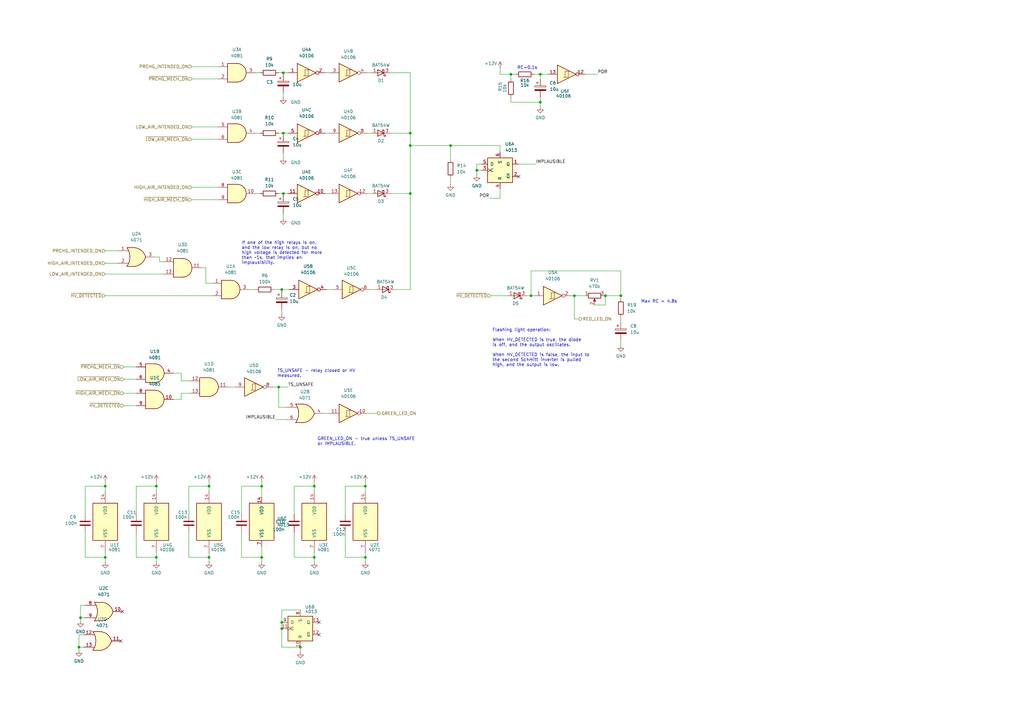
<source format=kicad_sch>
(kicad_sch (version 20211123) (generator eeschema)
  (paper "A3")
  (lib_symbols
    (symbol "4xxx:40106" (pin_names (offset 1.016))
      (property "Reference" "U" (at 0 1.27 0))
      (property "Value" "40106" (at 0 -1.27 0))
      (symbol "40106_1_0"
        (pin input line (at -7.62 0 0) (length 3.81) (name "~") (number "1"))
        (pin output inverted (at 7.62 0 180) (length 3.81) (name "~") (number "2"))
      )
      (symbol "40106_2_0"
        (pin input line (at -7.62 0 0) (length 3.81) (name "~") (number "3"))
        (pin output inverted (at 7.62 0 180) (length 3.81) (name "~") (number "4"))
      )
      (symbol "40106_3_0"
        (pin input line (at -7.62 0 0) (length 3.81) (name "~") (number "5"))
        (pin output inverted (at 7.62 0 180) (length 3.81) (name "~") (number "6"))
      )
      (symbol "40106_4_0"
        (pin output inverted (at 7.62 0 180) (length 3.81) (name "~") (number "8"))
        (pin input line (at -7.62 0 0) (length 3.81) (name "~") (number "9"))
      )
      (symbol "40106_5_0"
        (pin output inverted (at 7.62 0 180) (length 3.81) (name "~") (number "10"))
        (pin input line (at -7.62 0 0) (length 3.81) (name "~") (number "11"))
      )
      (symbol "40106_6_0"
        (pin output inverted (at 7.62 0 180) (length 3.81) (name "~") (number "12"))
        (pin input line (at -7.62 0 0) (length 3.81) (name "~") (number "13"))
      )
      (symbol "40106_7_0"
        (pin power_in line (at 0 12.7 270) (length 5.08) (name "VDD") (number "14"))
        (pin power_in line (at 0 -12.7 90) (length 5.08) (name "VSS") (number "7"))
      )
    )
    (symbol "4xxx:4013" (pin_names (offset 1.016))
      (property "Reference" "U" (at -7.62 8.89 0))
      (property "Value" "4013" (at -7.62 -8.89 0))
      (symbol "4013_1_1"
        (pin output line (at 7.62 2.54 180) (length 2.54) (name "Q") (number "1"))
        (pin output line (at 7.62 -2.54 180) (length 2.54) (name "~{Q}") (number "2"))
        (pin input clock (at -7.62 0 0) (length 2.54) (name "C") (number "3"))
        (pin input line (at 0 -7.62 90) (length 2.54) (name "R") (number "4"))
        (pin input line (at -7.62 2.54 0) (length 2.54) (name "D") (number "5"))
        (pin input line (at 0 7.62 270) (length 2.54) (name "S") (number "6"))
      )
      (symbol "4013_2_1"
        (pin input line (at 0 -7.62 90) (length 2.54) (name "R") (number "10"))
        (pin input clock (at -7.62 0 0) (length 2.54) (name "C") (number "11"))
        (pin output line (at 7.62 -2.54 180) (length 2.54) (name "~{Q}") (number "12"))
        (pin output line (at 7.62 2.54 180) (length 2.54) (name "Q") (number "13"))
        (pin input line (at 0 7.62 270) (length 2.54) (name "S") (number "8"))
        (pin input line (at -7.62 2.54 0) (length 2.54) (name "D") (number "9"))
      )
      (symbol "4013_3_0"
        (pin power_in line (at 0 10.16 270) (length 2.54) (name "VDD") (number "14"))
        (pin power_in line (at 0 -10.16 90) (length 2.54) (name "VSS") (number "7"))
      )
    )
    (symbol "4xxx:4071" (pin_names (offset 1.016))
      (property "Reference" "U" (at 0 1.27 0))
      (property "Value" "4071" (at 0 -1.27 0))
      (symbol "4071_1_1"
        (pin input line (at -7.62 2.54 0) (length 4.318) (name "~") (number "1"))
        (pin input line (at -7.62 -2.54 0) (length 4.318) (name "~") (number "2"))
        (pin output line (at 7.62 0 180) (length 3.81) (name "~") (number "3"))
      )
      (symbol "4071_1_2"
        (pin input inverted (at -7.62 2.54 0) (length 3.81) (name "~") (number "1"))
        (pin input inverted (at -7.62 -2.54 0) (length 3.81) (name "~") (number "2"))
        (pin output inverted (at 7.62 0 180) (length 3.81) (name "~") (number "3"))
      )
      (symbol "4071_2_1"
        (pin output line (at 7.62 0 180) (length 3.81) (name "~") (number "4"))
        (pin input line (at -7.62 2.54 0) (length 4.318) (name "~") (number "5"))
        (pin input line (at -7.62 -2.54 0) (length 4.318) (name "~") (number "6"))
      )
      (symbol "4071_2_2"
        (pin output inverted (at 7.62 0 180) (length 3.81) (name "~") (number "4"))
        (pin input inverted (at -7.62 2.54 0) (length 3.81) (name "~") (number "5"))
        (pin input inverted (at -7.62 -2.54 0) (length 3.81) (name "~") (number "6"))
      )
      (symbol "4071_3_1"
        (pin output line (at 7.62 0 180) (length 3.81) (name "~") (number "10"))
        (pin input line (at -7.62 2.54 0) (length 4.318) (name "~") (number "8"))
        (pin input line (at -7.62 -2.54 0) (length 4.318) (name "~") (number "9"))
      )
      (symbol "4071_3_2"
        (pin output inverted (at 7.62 0 180) (length 3.81) (name "~") (number "10"))
        (pin input inverted (at -7.62 2.54 0) (length 3.81) (name "~") (number "8"))
        (pin input inverted (at -7.62 -2.54 0) (length 3.81) (name "~") (number "9"))
      )
      (symbol "4071_4_1"
        (pin output line (at 7.62 0 180) (length 3.81) (name "~") (number "11"))
        (pin input line (at -7.62 2.54 0) (length 4.318) (name "~") (number "12"))
        (pin input line (at -7.62 -2.54 0) (length 4.318) (name "~") (number "13"))
      )
      (symbol "4071_4_2"
        (pin output inverted (at 7.62 0 180) (length 3.81) (name "~") (number "11"))
        (pin input inverted (at -7.62 2.54 0) (length 3.81) (name "~") (number "12"))
        (pin input inverted (at -7.62 -2.54 0) (length 3.81) (name "~") (number "13"))
      )
      (symbol "4071_5_0"
        (pin power_in line (at 0 12.7 270) (length 5.08) (name "VDD") (number "14"))
        (pin power_in line (at 0 -12.7 90) (length 5.08) (name "VSS") (number "7"))
      )
    )
    (symbol "4xxx:4081" (pin_names (offset 1.016))
      (property "Reference" "U" (at 0 1.27 0))
      (property "Value" "4081" (at 0 -1.27 0))
      (symbol "4081_1_1"
        (pin input line (at -7.62 2.54 0) (length 3.81) (name "~") (number "1"))
        (pin input line (at -7.62 -2.54 0) (length 3.81) (name "~") (number "2"))
        (pin output line (at 7.62 0 180) (length 3.81) (name "~") (number "3"))
      )
      (symbol "4081_1_2"
        (pin input inverted (at -7.62 2.54 0) (length 4.318) (name "~") (number "1"))
        (pin input inverted (at -7.62 -2.54 0) (length 4.318) (name "~") (number "2"))
        (pin output inverted (at 7.62 0 180) (length 3.81) (name "~") (number "3"))
      )
      (symbol "4081_2_1"
        (pin output line (at 7.62 0 180) (length 3.81) (name "~") (number "4"))
        (pin input line (at -7.62 2.54 0) (length 3.81) (name "~") (number "5"))
        (pin input line (at -7.62 -2.54 0) (length 3.81) (name "~") (number "6"))
      )
      (symbol "4081_2_2"
        (pin output inverted (at 7.62 0 180) (length 3.81) (name "~") (number "4"))
        (pin input inverted (at -7.62 2.54 0) (length 4.318) (name "~") (number "5"))
        (pin input inverted (at -7.62 -2.54 0) (length 4.318) (name "~") (number "6"))
      )
      (symbol "4081_3_1"
        (pin output line (at 7.62 0 180) (length 3.81) (name "~") (number "10"))
        (pin input line (at -7.62 2.54 0) (length 3.81) (name "~") (number "8"))
        (pin input line (at -7.62 -2.54 0) (length 3.81) (name "~") (number "9"))
      )
      (symbol "4081_3_2"
        (pin output inverted (at 7.62 0 180) (length 3.81) (name "~") (number "10"))
        (pin input inverted (at -7.62 2.54 0) (length 4.318) (name "~") (number "8"))
        (pin input inverted (at -7.62 -2.54 0) (length 4.318) (name "~") (number "9"))
      )
      (symbol "4081_4_1"
        (pin output line (at 7.62 0 180) (length 3.81) (name "~") (number "11"))
        (pin input line (at -7.62 2.54 0) (length 3.81) (name "~") (number "12"))
        (pin input line (at -7.62 -2.54 0) (length 3.81) (name "~") (number "13"))
      )
      (symbol "4081_4_2"
        (pin output inverted (at 7.62 0 180) (length 3.81) (name "~") (number "11"))
        (pin input inverted (at -7.62 2.54 0) (length 4.318) (name "~") (number "12"))
        (pin input inverted (at -7.62 -2.54 0) (length 4.318) (name "~") (number "13"))
      )
      (symbol "4081_5_0"
        (pin power_in line (at 0 12.7 270) (length 5.08) (name "VDD") (number "14"))
        (pin power_in line (at 0 -12.7 90) (length 5.08) (name "VSS") (number "7"))
      )
    )
    (symbol "Device:C" (pin_numbers hide) (pin_names (offset 0.254))
      (property "Reference" "C" (at 0.635 2.54 0))
      (property "Value" "C" (at 0.635 -2.54 0))
      (symbol "C_1_1"
        (pin passive line (at 0 3.81 270) (length 2.794) (name "~") (number "1"))
        (pin passive line (at 0 -3.81 90) (length 2.794) (name "~") (number "2"))
      )
    )
    (symbol "Device:C_Polarized" (pin_numbers hide) (pin_names (offset 0.254))
      (property "Reference" "C" (at 0.635 2.54 0))
      (property "Value" "C_Polarized" (at 0.635 -2.54 0))
      (symbol "C_Polarized_1_1"
        (pin passive line (at 0 3.81 270) (length 2.794) (name "~") (number "1"))
        (pin passive line (at 0 -3.81 90) (length 2.794) (name "~") (number "2"))
      )
    )
    (symbol "Device:R" (pin_numbers hide) (pin_names (offset 0))
      (property "Reference" "R" (at 2.032 0 90))
      (property "Value" "R" (at 0 0 90))
      (symbol "R_1_1"
        (pin passive line (at 0 3.81 270) (length 1.27) (name "~") (number "1"))
        (pin passive line (at 0 -3.81 90) (length 1.27) (name "~") (number "2"))
      )
    )
    (symbol "Device:R_Potentiometer" (pin_names (offset 1.016) hide)
      (property "Reference" "RV" (at -4.445 0 90))
      (property "Value" "R_Potentiometer" (at -2.54 0 90))
      (symbol "R_Potentiometer_1_1"
        (pin passive line (at 0 3.81 270) (length 1.27) (name "1") (number "1"))
        (pin passive line (at 3.81 0 180) (length 1.27) (name "2") (number "2"))
        (pin passive line (at 0 -3.81 90) (length 1.27) (name "3") (number "3"))
      )
    )
    (symbol "Diode:BAT54W" (pin_names (offset 1.016) hide)
      (property "Reference" "D" (at 0 2.54 0))
      (property "Value" "BAT54W" (at 0 -2.54 0))
      (symbol "BAT54W_1_1"
        (pin passive line (at 3.81 0 180) (length 2.54) (name "A") (number "1"))
        (pin no_connect line (at 0 0 90) (length 2.54) hide (name "NC") (number "2"))
        (pin passive line (at -3.81 0 0) (length 2.54) (name "K") (number "3"))
      )
    )
    (symbol "power:+12V" (power) (pin_names (offset 0))
      (property "Value" "+12V" (at 0 3.556 0))
      (symbol "+12V_1_1"
        (pin power_in line (at 0 0 90) (length 0) hide (name "+12V") (number "1"))
      )
    )
    (symbol "power:GND" (power) (pin_names (offset 0))
      (property "Value" "GND" (at 0 -3.81 0))
      (symbol "GND_1_1"
        (pin power_in line (at 0 0 270) (length 0) hide (name "GND") (number "1"))
      )
    )
  )
  (junction (at 116.205 79.375))
  (junction (at 116.205 54.61))
  (junction (at 168.275 79.375))
  (junction (at 43.18 199.39))
  (junction (at 128.905 199.39))
  (junction (at 85.725 228.6))
  (junction (at 116.205 29.845))
  (junction (at 85.725 199.39))
  (junction (at 64.135 199.39))
  (junction (at 195.58 69.85))
  (junction (at 149.86 199.39))
  (junction (at 221.615 30.48))
  (junction (at 235.585 121.285))
  (junction (at 33.02 253.365))
  (junction (at 168.275 54.61))
  (junction (at 115.57 255.27))
  (junction (at 114.3 158.75))
  (junction (at 209.55 30.48))
  (junction (at 128.905 228.6))
  (junction (at 107.315 228.6))
  (junction (at 123.19 265.43))
  (junction (at 32.385 265.43))
  (junction (at 248.285 121.285))
  (junction (at 221.615 41.91))
  (junction (at 43.18 228.6))
  (junction (at 149.86 228.6))
  (junction (at 107.315 199.39))
  (junction (at 184.785 59.69))
  (junction (at 217.805 121.285))
  (junction (at 115.57 257.81))
  (junction (at 254.635 121.285))
  (junction (at 115.57 118.745))
  (junction (at 64.135 228.6))
  (junction (at 168.275 59.69))
  (no_connect (at 212.725 72.39))
  (no_connect (at 130.81 255.27))
  (no_connect (at 130.81 260.35))
  (no_connect (at 50.165 250.825))
  (no_connect (at 49.53 262.89))
  (wire (pts (xy 43.18 228.6) (xy 43.18 226.695)))
  (wire (pts (xy 240.03 30.48) (xy 245.11 30.48)))
  (wire (pts (xy 128.905 228.6) (xy 128.905 230.505)))
  (wire (pts (xy 209.55 30.48) (xy 209.55 32.385)))
  (wire (pts (xy 141.605 228.6) (xy 149.86 228.6)))
  (wire (pts (xy 32.385 265.43) (xy 34.29 265.43)))
  (wire (pts (xy 247.65 121.285) (xy 248.285 121.285)))
  (wire (pts (xy 168.275 118.745) (xy 168.275 79.375)))
  (wire (pts (xy 77.47 228.6) (xy 85.725 228.6)))
  (wire (pts (xy 107.315 199.39) (xy 107.315 203.835)))
  (wire (pts (xy 84.455 116.205) (xy 86.995 116.205)))
  (wire (pts (xy 209.55 30.48) (xy 211.455 30.48)))
  (wire (pts (xy 205.105 77.47) (xy 205.105 81.28)))
  (wire (pts (xy 33.02 248.285) (xy 33.02 253.365)))
  (wire (pts (xy 77.47 199.39) (xy 85.725 199.39)))
  (wire (pts (xy 221.615 40.005) (xy 221.615 41.91)))
  (wire (pts (xy 74.295 156.21) (xy 78.105 156.21)))
  (wire (pts (xy 132.715 169.545) (xy 135.255 169.545)))
  (wire (pts (xy 234.315 121.285) (xy 235.585 121.285)))
  (wire (pts (xy 112.395 118.745) (xy 115.57 118.745)))
  (wire (pts (xy 64.135 228.6) (xy 64.135 226.695)))
  (wire (pts (xy 116.205 79.375) (xy 118.11 79.375)))
  (wire (pts (xy 50.8 155.575) (xy 55.88 155.575)))
  (wire (pts (xy 215.9 121.285) (xy 217.805 121.285)))
  (wire (pts (xy 116.205 29.845) (xy 116.205 30.48)))
  (wire (pts (xy 34.925 228.6) (xy 43.18 228.6)))
  (wire (pts (xy 114.3 79.375) (xy 116.205 79.375)))
  (wire (pts (xy 150.495 54.61) (xy 152.4 54.61)))
  (wire (pts (xy 117.475 167.005) (xy 114.3 167.005)))
  (wire (pts (xy 43.18 102.87) (xy 48.26 102.87)))
  (wire (pts (xy 104.775 54.61) (xy 106.68 54.61)))
  (wire (pts (xy 115.57 127) (xy 115.57 128.905)))
  (wire (pts (xy 34.925 218.44) (xy 34.925 228.6)))
  (wire (pts (xy 71.12 163.83) (xy 74.295 163.83)))
  (wire (pts (xy 168.275 29.845) (xy 168.275 54.61)))
  (wire (pts (xy 254.635 121.285) (xy 254.635 111.125)))
  (wire (pts (xy 64.135 199.39) (xy 64.135 201.295)))
  (wire (pts (xy 43.18 197.485) (xy 43.18 199.39)))
  (wire (pts (xy 84.455 109.855) (xy 84.455 116.205)))
  (wire (pts (xy 32.385 266.7) (xy 32.385 265.43)))
  (wire (pts (xy 209.55 40.005) (xy 209.55 41.91)))
  (wire (pts (xy 184.785 59.69) (xy 168.275 59.69)))
  (wire (pts (xy 133.35 29.845) (xy 135.255 29.845)))
  (wire (pts (xy 235.585 130.81) (xy 237.49 130.81)))
  (wire (pts (xy 99.06 228.6) (xy 107.315 228.6)))
  (wire (pts (xy 115.57 118.745) (xy 115.57 119.38)))
  (wire (pts (xy 107.315 197.485) (xy 107.315 199.39)))
  (wire (pts (xy 78.74 57.15) (xy 89.535 57.15)))
  (wire (pts (xy 55.88 228.6) (xy 64.135 228.6)))
  (wire (pts (xy 149.86 228.6) (xy 149.86 226.695)))
  (wire (pts (xy 217.805 111.125) (xy 217.805 121.285)))
  (wire (pts (xy 50.8 166.37) (xy 55.88 166.37)))
  (wire (pts (xy 205.105 59.69) (xy 184.785 59.69)))
  (wire (pts (xy 34.925 248.285) (xy 33.02 248.285)))
  (wire (pts (xy 64.135 197.485) (xy 64.135 199.39)))
  (wire (pts (xy 120.65 228.6) (xy 128.905 228.6)))
  (wire (pts (xy 78.74 27.305) (xy 89.535 27.305)))
  (wire (pts (xy 116.205 54.61) (xy 118.11 54.61)))
  (wire (pts (xy 141.605 210.82) (xy 141.605 199.39)))
  (wire (pts (xy 184.785 65.405) (xy 184.785 59.69)))
  (wire (pts (xy 74.295 161.29) (xy 78.105 161.29)))
  (wire (pts (xy 78.74 76.835) (xy 89.535 76.835)))
  (wire (pts (xy 120.65 218.44) (xy 120.65 228.6)))
  (wire (pts (xy 65.405 105.41) (xy 63.5 105.41)))
  (wire (pts (xy 205.105 62.23) (xy 205.105 59.69)))
  (wire (pts (xy 150.495 29.845) (xy 152.4 29.845)))
  (wire (pts (xy 102.235 118.745) (xy 104.775 118.745)))
  (wire (pts (xy 150.495 79.375) (xy 152.4 79.375)))
  (wire (pts (xy 33.02 253.365) (xy 34.925 253.365)))
  (wire (pts (xy 120.65 210.82) (xy 120.65 199.39)))
  (wire (pts (xy 133.985 118.745) (xy 136.525 118.745)))
  (wire (pts (xy 219.075 30.48) (xy 221.615 30.48)))
  (wire (pts (xy 116.205 62.865) (xy 116.205 64.77)))
  (wire (pts (xy 115.57 265.43) (xy 123.19 265.43)))
  (wire (pts (xy 99.06 218.44) (xy 99.06 228.6)))
  (wire (pts (xy 243.84 125.095) (xy 248.285 125.095)))
  (wire (pts (xy 149.86 197.485) (xy 149.86 199.39)))
  (wire (pts (xy 161.925 118.745) (xy 168.275 118.745)))
  (wire (pts (xy 55.88 218.44) (xy 55.88 228.6)))
  (wire (pts (xy 150.495 169.545) (xy 154.94 169.545)))
  (wire (pts (xy 133.35 79.375) (xy 135.255 79.375)))
  (wire (pts (xy 113.03 172.085) (xy 117.475 172.085)))
  (wire (pts (xy 115.57 118.745) (xy 118.745 118.745)))
  (wire (pts (xy 116.205 29.845) (xy 118.11 29.845)))
  (wire (pts (xy 65.405 107.315) (xy 65.405 105.41)))
  (wire (pts (xy 34.29 260.35) (xy 32.385 260.35)))
  (wire (pts (xy 85.725 197.485) (xy 85.725 199.39)))
  (wire (pts (xy 201.295 121.285) (xy 208.28 121.285)))
  (wire (pts (xy 168.275 59.69) (xy 168.275 79.375)))
  (wire (pts (xy 248.285 125.095) (xy 248.285 121.285)))
  (wire (pts (xy 205.105 30.48) (xy 209.55 30.48)))
  (wire (pts (xy 114.3 158.75) (xy 118.11 158.75)))
  (wire (pts (xy 128.905 228.6) (xy 128.905 226.695)))
  (wire (pts (xy 116.205 87.63) (xy 116.205 89.535)))
  (wire (pts (xy 50.8 150.495) (xy 55.88 150.495)))
  (wire (pts (xy 149.86 228.6) (xy 149.86 230.505)))
  (wire (pts (xy 195.58 67.31) (xy 197.485 67.31)))
  (wire (pts (xy 107.315 228.6) (xy 107.315 230.505)))
  (wire (pts (xy 123.19 250.19) (xy 115.57 250.19)))
  (wire (pts (xy 151.765 118.745) (xy 154.305 118.745)))
  (wire (pts (xy 111.76 158.75) (xy 114.3 158.75)))
  (wire (pts (xy 104.775 29.845) (xy 106.68 29.845)))
  (wire (pts (xy 160.02 79.375) (xy 168.275 79.375)))
  (wire (pts (xy 64.135 228.6) (xy 64.135 230.505)))
  (wire (pts (xy 74.295 163.83) (xy 74.295 161.29)))
  (wire (pts (xy 43.18 199.39) (xy 43.18 201.295)))
  (wire (pts (xy 77.47 210.82) (xy 77.47 199.39)))
  (wire (pts (xy 33.02 254.635) (xy 33.02 253.365)))
  (wire (pts (xy 254.635 121.285) (xy 254.635 122.555)))
  (wire (pts (xy 99.06 210.82) (xy 99.06 199.39)))
  (wire (pts (xy 221.615 30.48) (xy 224.79 30.48)))
  (wire (pts (xy 128.905 197.485) (xy 128.905 199.39)))
  (wire (pts (xy 55.88 199.39) (xy 64.135 199.39)))
  (wire (pts (xy 160.02 54.61) (xy 168.275 54.61)))
  (wire (pts (xy 254.635 130.175) (xy 254.635 132.08)))
  (wire (pts (xy 168.275 54.61) (xy 168.275 59.69)))
  (wire (pts (xy 128.905 199.39) (xy 128.905 201.295)))
  (wire (pts (xy 116.205 79.375) (xy 116.205 80.01)))
  (wire (pts (xy 77.47 218.44) (xy 77.47 228.6)))
  (wire (pts (xy 71.12 153.035) (xy 74.295 153.035)))
  (wire (pts (xy 114.3 29.845) (xy 116.205 29.845)))
  (wire (pts (xy 74.295 153.035) (xy 74.295 156.21)))
  (wire (pts (xy 120.65 199.39) (xy 128.905 199.39)))
  (wire (pts (xy 254.635 139.7) (xy 254.635 141.605)))
  (wire (pts (xy 123.19 265.43) (xy 123.19 267.335)))
  (wire (pts (xy 78.74 81.915) (xy 89.535 81.915)))
  (wire (pts (xy 221.615 41.91) (xy 221.615 43.815)))
  (wire (pts (xy 205.105 81.28) (xy 200.66 81.28)))
  (wire (pts (xy 78.74 52.07) (xy 89.535 52.07)))
  (wire (pts (xy 55.88 210.82) (xy 55.88 199.39)))
  (wire (pts (xy 221.615 30.48) (xy 221.615 32.385)))
  (wire (pts (xy 43.18 112.395) (xy 67.31 112.395)))
  (wire (pts (xy 115.57 250.19) (xy 115.57 255.27)))
  (wire (pts (xy 67.31 107.315) (xy 65.405 107.315)))
  (wire (pts (xy 99.06 199.39) (xy 107.315 199.39)))
  (wire (pts (xy 195.58 69.85) (xy 195.58 67.31)))
  (wire (pts (xy 114.3 54.61) (xy 116.205 54.61)))
  (wire (pts (xy 116.205 54.61) (xy 116.205 55.245)))
  (wire (pts (xy 209.55 41.91) (xy 221.615 41.91)))
  (wire (pts (xy 34.925 210.82) (xy 34.925 199.39)))
  (wire (pts (xy 116.205 38.1) (xy 116.205 40.005)))
  (wire (pts (xy 85.725 228.6) (xy 85.725 226.695)))
  (wire (pts (xy 141.605 218.44) (xy 141.605 228.6)))
  (wire (pts (xy 195.58 71.755) (xy 195.58 69.85)))
  (wire (pts (xy 149.86 199.39) (xy 149.86 201.295)))
  (wire (pts (xy 212.725 67.31) (xy 219.71 67.31)))
  (wire (pts (xy 217.805 121.285) (xy 219.075 121.285)))
  (wire (pts (xy 141.605 199.39) (xy 149.86 199.39)))
  (wire (pts (xy 78.74 32.385) (xy 89.535 32.385)))
  (wire (pts (xy 82.55 109.855) (xy 84.455 109.855)))
  (wire (pts (xy 133.35 54.61) (xy 135.255 54.61)))
  (wire (pts (xy 114.3 167.005) (xy 114.3 158.75)))
  (wire (pts (xy 235.585 121.285) (xy 235.585 130.81)))
  (wire (pts (xy 50.8 161.29) (xy 55.88 161.29)))
  (wire (pts (xy 43.18 107.95) (xy 48.26 107.95)))
  (wire (pts (xy 195.58 69.85) (xy 197.485 69.85)))
  (wire (pts (xy 235.585 121.285) (xy 240.03 121.285)))
  (wire (pts (xy 184.785 73.025) (xy 184.785 75.565)))
  (wire (pts (xy 104.775 79.375) (xy 106.68 79.375)))
  (wire (pts (xy 85.725 228.6) (xy 85.725 230.505)))
  (wire (pts (xy 93.345 158.75) (xy 96.52 158.75)))
  (wire (pts (xy 85.725 199.39) (xy 85.725 201.295)))
  (wire (pts (xy 43.18 228.6) (xy 43.18 230.505)))
  (wire (pts (xy 107.315 224.155) (xy 107.315 228.6)))
  (wire (pts (xy 248.285 121.285) (xy 254.635 121.285)))
  (wire (pts (xy 115.57 255.27) (xy 115.57 257.81)))
  (wire (pts (xy 160.02 29.845) (xy 168.275 29.845)))
  (wire (pts (xy 32.385 260.35) (xy 32.385 265.43)))
  (wire (pts (xy 115.57 257.81) (xy 115.57 265.43)))
  (wire (pts (xy 43.18 121.285) (xy 86.995 121.285)))
  (wire (pts (xy 254.635 111.125) (xy 217.805 111.125)))
  (wire (pts (xy 34.925 199.39) (xy 43.18 199.39)))
  (wire (pts (xy 205.105 27.94) (xy 205.105 30.48)))
  (text "Flashing light operation:\n\nWhen HV_DETECTED is true, the diode \nis off, and the output oscillates.\n\nWhen HV_DETECTED is false, the input to\nthe second Schmitt inverter is pulled\nhigh, and the output is low." (at 201.93 150.495 0) (effects (font (size 1.27 1.27)) (justify left bottom)))
  (text "Max RC = 4.8s" (at 262.89 124.46 0) (effects (font (size 1.27 1.27)) (justify left bottom)))
  (text "GREEN_LED_ON - true unless TS_UNSAFE\nor IMPLAUSIBLE." (at 130.175 182.88 0) (effects (font (size 1.27 1.27)) (justify left bottom)))
  (text "If one of the high relays is on,\nand the low relay is on, but no\nhigh voltage is detected for more\nthan ~1s, that implies an \nimplausibility." (at 99.06 108.585 0) (effects (font (size 1.27 1.27)) (justify left bottom)))
  (text "RC=0.1s" (at 212.09 28.575 0) (effects (font (size 1.27 1.27)) (justify left bottom)))
  (text "TS_UNSAFE - relay closed or HV\nmeasured." (at 113.665 154.94 0) (effects (font (size 1.27 1.27)) (justify left bottom)))
  (label "POR" (at 245.11 30.48 0))
  (label "POR" (at 200.66 81.28 180))
  (label "IMPLAUSIBLE" (at 113.03 172.085 180))
  (label "IMPLAUSIBLE" (at 219.71 67.31 0))
  (label "TS_UNSAFE" (at 118.11 158.75 0))
  (hierarchical_label "HIGH_AIR_INTENDED_ON" (shape input) (at 43.18 107.95 180))
  (hierarchical_label "GREEN_LED_ON" (shape output) (at 154.94 169.545 0))
  (hierarchical_label "~{LOW_AIR_MECH_ON}" (shape input) (at 50.8 155.575 180))
  (hierarchical_label "LOW_AIR_INTENDED_ON" (shape input) (at 78.74 52.07 180))
  (hierarchical_label "HIGH_AIR_INTENDED_ON" (shape input) (at 78.74 76.835 180))
  (hierarchical_label "RED_LED_ON" (shape output) (at 237.49 130.81 0))
  (hierarchical_label "~{HIGH_AIR_MECH_ON}" (shape input) (at 50.8 161.29 180))
  (hierarchical_label "~{LOW_AIR_MECH_ON}" (shape input) (at 78.74 57.15 180))
  (hierarchical_label "~{PRCHG_MECH_ON}" (shape input) (at 50.8 150.495 180))
  (hierarchical_label "~{HIGH_AIR_MECH_ON}" (shape input) (at 78.74 81.915 180))
  (hierarchical_label "~{HV_DETECTED}" (shape input) (at 50.8 166.37 180))
  (hierarchical_label "~{PRCHG_MECH_ON}" (shape input) (at 78.74 32.385 180))
  (hierarchical_label "PRCHG_INTENDED_ON" (shape input) (at 78.74 27.305 180))
  (hierarchical_label "~{HV_DETECTED}" (shape input) (at 201.295 121.285 180))
  (hierarchical_label "PRCHG_INTENDED_ON" (shape input) (at 43.18 102.87 180))
  (hierarchical_label "~{HV_DETECTED}" (shape input) (at 43.18 121.285 180))
  (hierarchical_label "LOW_AIR_INTENDED_ON" (shape input) (at 43.18 112.395 180))
  (symbol (lib_id "4xxx:4071") (at 55.88 105.41 0) (unit 1)
    (property "Reference" "U2" (at 55.88 95.885 0))
    (property "Value" "4071" (at 55.88 98.425 0))
    (property "Footprint" "Package_SO:SOIC-14_3.9x8.7mm_P1.27mm" (effects hide))
    (property "Datasheet" "http://www.intersil.com/content/dam/Intersil/documents/cd40/cd4071bms-72bms-75bms.pdf" (effects hide))
  )
  (symbol (lib_id "Device:R_Potentiometer") (at 243.84 121.285 90) (mirror x) (unit 1)
    (property "Reference" "RV1" (at 243.84 114.935 90))
    (property "Value" "470k" (at 243.84 117.475 90))
    (property "Footprint" "Potentiometer_THT:Potentiometer_Bourns_3296W_Vertical" (effects hide))
  )
  (symbol (lib_id "power:GND") (at 32.385 266.7 0) (unit 1)
    (property "Reference" "#PWR0101" (effects hide))
    (property "Value" "GND" (at 32.385 271.145 0))
  )
  (symbol (lib_id "Device:C") (at 99.06 214.63 0) (unit 1)
    (property "Reference" "C15" (at 94.615 210.185 0) (effects (justify left)))
    (property "Value" "100n" (at 93.345 212.09 0) (effects (justify left)))
    (property "Footprint" "Capacitor_SMD:C_0603_1608Metric" (effects hide))
  )
  (symbol (lib_id "4xxx:40106") (at 232.41 30.48 0) (unit 6)
    (property "Reference" "U5" (at 231.775 37.465 0))
    (property "Value" "40106" (at 231.14 39.37 0))
    (property "Footprint" "Package_SO:SOIC-14_3.9x8.7mm_P1.27mm" (effects hide))
    (property "Datasheet" "https://assets.nexperia.com/documents/data-sheet/HEF40106B.pdf" (effects hide))
  )
  (symbol (lib_id "Device:R") (at 110.49 54.61 90) (unit 1)
    (property "Reference" "R10" (at 110.49 48.26 90))
    (property "Value" "10k" (at 110.49 50.8 90))
    (property "Footprint" "Resistor_SMD:R_0603_1608Metric" (effects hide))
  )
  (symbol (lib_id "power:GND") (at 116.205 40.005 0) (unit 1)
    (property "Reference" "#PWR010" (effects hide))
    (property "Value" "GND" (at 121.285 41.91 0))
  )
  (symbol (lib_id "4xxx:4071") (at 125.095 169.545 0) (unit 2)
    (property "Reference" "U2" (at 125.095 160.655 0))
    (property "Value" "4071" (at 125.095 163.195 0))
    (property "Footprint" "Package_SO:SOIC-14_3.9x8.7mm_P1.27mm" (effects hide))
    (property "Datasheet" "http://www.intersil.com/content/dam/Intersil/documents/cd40/cd4071bms-72bms-75bms.pdf" (effects hide))
  )
  (symbol (lib_id "4xxx:4081") (at 63.5 153.035 0) (unit 2)
    (property "Reference" "U1" (at 63.5 144.145 0))
    (property "Value" "4081" (at 63.5 146.685 0))
    (property "Footprint" "Package_SO:SOIC-14_3.9x8.7mm_P1.27mm" (effects hide))
    (property "Datasheet" "http://www.intersil.com/content/dam/Intersil/documents/cd40/cd4073bms-81bms-82bms.pdf" (effects hide))
  )
  (symbol (lib_id "Device:R") (at 110.49 79.375 90) (unit 1)
    (property "Reference" "R11" (at 110.49 73.66 90))
    (property "Value" "10k" (at 110.49 76.2 90))
    (property "Footprint" "Resistor_SMD:R_0603_1608Metric" (effects hide))
  )
  (symbol (lib_id "power:+12V") (at 128.905 197.485 0) (unit 1)
    (property "Reference" "#PWR027" (effects hide))
    (property "Value" "+12V" (at 125.095 195.58 0))
  )
  (symbol (lib_id "4xxx:4013") (at 205.105 69.85 0) (unit 1)
    (property "Reference" "U6" (at 207.1244 59.055 0) (effects (justify left)))
    (property "Value" "4013" (at 207.1244 61.595 0) (effects (justify left)))
    (property "Footprint" "Package_SO:SOIC-14_3.9x8.7mm_P1.27mm" (effects hide))
    (property "Datasheet" "http://www.onsemi.com/pub/Collateral/MC14013B-D.PDF" (effects hide))
  )
  (symbol (lib_id "Diode:BAT54W") (at 212.09 121.285 180) (unit 1)
    (property "Reference" "D5" (at 211.455 124.46 0))
    (property "Value" "BAT54W" (at 211.455 118.11 0))
    (property "Footprint" "Package_TO_SOT_SMD:SOT-323_SC-70" (effects hide))
    (property "Datasheet" "https://assets.nexperia.com/documents/data-sheet/BAT54W_SER.pdf" (effects hide))
  )
  (symbol (lib_id "power:GND") (at 64.135 230.505 0) (unit 1)
    (property "Reference" "#PWR030" (effects hide))
    (property "Value" "GND" (at 64.135 234.95 0))
  )
  (symbol (lib_id "4xxx:40106") (at 64.135 213.995 0) (unit 7)
    (property "Reference" "U4" (at 66.675 223.52 0) (effects (justify left)))
    (property "Value" "40106" (at 65.405 225.425 0) (effects (justify left)))
    (property "Footprint" "Package_SO:SOIC-14_3.9x8.7mm_P1.27mm" (effects hide))
    (property "Datasheet" "https://assets.nexperia.com/documents/data-sheet/HEF40106B.pdf" (effects hide))
  )
  (symbol (lib_id "Device:R") (at 108.585 118.745 90) (unit 1)
    (property "Reference" "R6" (at 108.585 113.03 90))
    (property "Value" "100k" (at 108.585 115.57 90))
    (property "Footprint" "Resistor_SMD:R_0603_1608Metric" (effects hide))
  )
  (symbol (lib_id "power:+12V") (at 107.315 197.485 0) (unit 1)
    (property "Reference" "#PWR040" (effects hide))
    (property "Value" "+12V" (at 103.505 195.58 0))
  )
  (symbol (lib_id "4xxx:40106") (at 142.875 54.61 0) (unit 4)
    (property "Reference" "U4" (at 142.875 45.72 0))
    (property "Value" "40106" (at 142.875 48.26 0))
    (property "Footprint" "Package_SO:SOIC-14_3.9x8.7mm_P1.27mm" (effects hide))
    (property "Datasheet" "https://assets.nexperia.com/documents/data-sheet/HEF40106B.pdf" (effects hide))
  )
  (symbol (lib_id "Device:R") (at 209.55 36.195 0) (unit 1)
    (property "Reference" "R15" (at 205.105 35.56 90))
    (property "Value" "10k" (at 207.01 36.195 90))
    (property "Footprint" "Resistor_SMD:R_0603_1608Metric" (effects hide))
  )
  (symbol (lib_id "power:GND") (at 184.785 75.565 0) (unit 1)
    (property "Reference" "#PWR013" (effects hide))
    (property "Value" "GND" (at 184.785 80.01 0))
  )
  (symbol (lib_id "power:+12V") (at 64.135 197.485 0) (unit 1)
    (property "Reference" "#PWR029" (effects hide))
    (property "Value" "+12V" (at 60.325 195.58 0))
  )
  (symbol (lib_id "power:+12V") (at 205.105 27.94 0) (unit 1)
    (property "Reference" "#PWR014" (effects hide))
    (property "Value" "+12V" (at 201.295 26.035 0))
  )
  (symbol (lib_id "power:GND") (at 195.58 71.755 0) (unit 1)
    (property "Reference" "#PWR015" (effects hide))
    (property "Value" "GND" (at 195.58 76.2 0))
  )
  (symbol (lib_id "power:GND") (at 128.905 230.505 0) (unit 1)
    (property "Reference" "#PWR028" (effects hide))
    (property "Value" "GND" (at 128.905 234.95 0))
  )
  (symbol (lib_id "4xxx:4071") (at 41.91 262.89 0) (unit 4)
    (property "Reference" "U2" (at 41.91 254 0))
    (property "Value" "4071" (at 41.91 256.54 0))
    (property "Footprint" "Package_SO:SOIC-14_3.9x8.7mm_P1.27mm" (effects hide))
    (property "Datasheet" "http://www.intersil.com/content/dam/Intersil/documents/cd40/cd4071bms-72bms-75bms.pdf" (effects hide))
  )
  (symbol (lib_id "Device:C") (at 55.88 214.63 0) (unit 1)
    (property "Reference" "C11" (at 52.07 210.185 0) (effects (justify left)))
    (property "Value" "100n" (at 50.165 212.09 0) (effects (justify left)))
    (property "Footprint" "Capacitor_SMD:C_0603_1608Metric" (effects hide))
  )
  (symbol (lib_id "power:GND") (at 116.205 89.535 0) (unit 1)
    (property "Reference" "#PWR012" (effects hide))
    (property "Value" "GND" (at 121.285 91.44 0))
  )
  (symbol (lib_id "Diode:BAT54W") (at 158.115 118.745 180) (unit 1)
    (property "Reference" "D4" (at 157.48 121.92 0))
    (property "Value" "BAT54W" (at 158.115 115.57 0))
    (property "Footprint" "Package_TO_SOT_SMD:SOT-323_SC-70" (effects hide))
    (property "Datasheet" "https://assets.nexperia.com/documents/data-sheet/BAT54W_SER.pdf" (effects hide))
  )
  (symbol (lib_id "4xxx:40106") (at 144.145 118.745 0) (unit 3)
    (property "Reference" "U5" (at 144.145 109.855 0))
    (property "Value" "40106" (at 144.145 112.395 0))
    (property "Footprint" "Package_SO:SOIC-14_3.9x8.7mm_P1.27mm" (effects hide))
    (property "Datasheet" "https://assets.nexperia.com/documents/data-sheet/HEF40106B.pdf" (effects hide))
  )
  (symbol (lib_id "4xxx:40106") (at 85.725 213.995 0) (unit 7)
    (property "Reference" "U5" (at 87.63 223.52 0) (effects (justify left)))
    (property "Value" "40106" (at 86.36 225.425 0) (effects (justify left)))
    (property "Footprint" "Package_SO:SOIC-14_3.9x8.7mm_P1.27mm" (effects hide))
    (property "Datasheet" "https://assets.nexperia.com/documents/data-sheet/HEF40106B.pdf" (effects hide))
  )
  (symbol (lib_id "Diode:BAT54W") (at 156.21 79.375 180) (unit 1)
    (property "Reference" "D3" (at 156.21 82.55 0))
    (property "Value" "BAT54W" (at 156.21 76.2 0))
    (property "Footprint" "Package_TO_SOT_SMD:SOT-323_SC-70" (effects hide))
    (property "Datasheet" "https://assets.nexperia.com/documents/data-sheet/BAT54W_SER.pdf" (effects hide))
  )
  (symbol (lib_id "Device:C") (at 34.925 214.63 0) (unit 1)
    (property "Reference" "C9" (at 28.575 212.09 0) (effects (justify left)))
    (property "Value" "100n" (at 26.67 214.63 0) (effects (justify left)))
    (property "Footprint" "Capacitor_SMD:C_0603_1608Metric" (effects hide))
  )
  (symbol (lib_id "4xxx:40106") (at 126.365 118.745 0) (unit 2)
    (property "Reference" "U5" (at 126.365 109.22 0))
    (property "Value" "40106" (at 126.365 111.76 0))
    (property "Footprint" "Package_SO:SOIC-14_3.9x8.7mm_P1.27mm" (effects hide))
    (property "Datasheet" "https://assets.nexperia.com/documents/data-sheet/HEF40106B.pdf" (effects hide))
  )
  (symbol (lib_id "4xxx:4071") (at 42.545 250.825 0) (unit 3)
    (property "Reference" "U2" (at 42.545 241.3 0))
    (property "Value" "4071" (at 42.545 243.84 0))
    (property "Footprint" "Package_SO:SOIC-14_3.9x8.7mm_P1.27mm" (effects hide))
    (property "Datasheet" "http://www.intersil.com/content/dam/Intersil/documents/cd40/cd4071bms-72bms-75bms.pdf" (effects hide))
  )
  (symbol (lib_id "4xxx:40106") (at 226.695 121.285 0) (unit 1)
    (property "Reference" "U5" (at 226.695 111.76 0))
    (property "Value" "40106" (at 226.695 114.3 0))
    (property "Footprint" "Package_SO:SOIC-14_3.9x8.7mm_P1.27mm" (effects hide))
    (property "Datasheet" "https://assets.nexperia.com/documents/data-sheet/HEF40106B.pdf" (effects hide))
  )
  (symbol (lib_id "Device:C") (at 141.605 214.63 0) (unit 1)
    (property "Reference" "C12" (at 137.795 217.17 0) (effects (justify left)))
    (property "Value" "100n" (at 136.525 219.075 0) (effects (justify left)))
    (property "Footprint" "Capacitor_SMD:C_0603_1608Metric" (effects hide))
  )
  (symbol (lib_id "power:+12V") (at 149.86 197.485 0) (unit 1)
    (property "Reference" "#PWR031" (effects hide))
    (property "Value" "+12V" (at 146.05 195.58 0))
  )
  (symbol (lib_id "power:GND") (at 123.19 267.335 0) (unit 1)
    (property "Reference" "#PWR042" (effects hide))
    (property "Value" "GND" (at 123.19 271.78 0))
  )
  (symbol (lib_id "4xxx:4081") (at 74.93 109.855 0) (unit 4)
    (property "Reference" "U3" (at 74.93 100.33 0))
    (property "Value" "4081" (at 74.93 102.87 0))
    (property "Footprint" "Package_SO:SOIC-14_3.9x8.7mm_P1.27mm" (effects hide))
    (property "Datasheet" "http://www.intersil.com/content/dam/Intersil/documents/cd40/cd4073bms-81bms-82bms.pdf" (effects hide))
  )
  (symbol (lib_id "4xxx:4081") (at 97.155 79.375 0) (unit 3)
    (property "Reference" "U3" (at 97.155 70.485 0))
    (property "Value" "4081" (at 97.155 73.025 0))
    (property "Footprint" "Package_SO:SOIC-14_3.9x8.7mm_P1.27mm" (effects hide))
    (property "Datasheet" "http://www.intersil.com/content/dam/Intersil/documents/cd40/cd4073bms-81bms-82bms.pdf" (effects hide))
  )
  (symbol (lib_id "Diode:BAT54W") (at 156.21 54.61 180) (unit 1)
    (property "Reference" "D2" (at 156.21 57.785 0))
    (property "Value" "BAT54W" (at 156.21 51.435 0))
    (property "Footprint" "Package_TO_SOT_SMD:SOT-323_SC-70" (effects hide))
    (property "Datasheet" "https://assets.nexperia.com/documents/data-sheet/BAT54W_SER.pdf" (effects hide))
  )
  (symbol (lib_id "4xxx:40106") (at 142.875 79.375 0) (unit 6)
    (property "Reference" "U4" (at 142.875 69.85 0))
    (property "Value" "40106" (at 142.875 72.39 0))
    (property "Footprint" "Package_SO:SOIC-14_3.9x8.7mm_P1.27mm" (effects hide))
    (property "Datasheet" "https://assets.nexperia.com/documents/data-sheet/HEF40106B.pdf" (effects hide))
  )
  (symbol (lib_id "4xxx:40106") (at 125.73 79.375 0) (unit 5)
    (property "Reference" "U4" (at 125.73 70.485 0))
    (property "Value" "40106" (at 125.73 73.025 0))
    (property "Footprint" "Package_SO:SOIC-14_3.9x8.7mm_P1.27mm" (effects hide))
    (property "Datasheet" "https://assets.nexperia.com/documents/data-sheet/HEF40106B.pdf" (effects hide))
  )
  (symbol (lib_id "Device:C_Polarized") (at 115.57 123.19 0) (unit 1)
    (property "Reference" "C2" (at 118.745 121.0309 0) (effects (justify left)))
    (property "Value" "10u" (at 118.745 123.5709 0) (effects (justify left)))
    (property "Footprint" "Capacitor_THT:CP_Radial_D5.0mm_P2.00mm" (effects hide))
  )
  (symbol (lib_id "power:GND") (at 85.725 230.505 0) (unit 1)
    (property "Reference" "#PWR036" (effects hide))
    (property "Value" "GND" (at 85.725 234.95 0))
  )
  (symbol (lib_id "4xxx:40106") (at 104.14 158.75 0) (unit 4)
    (property "Reference" "U5" (at 104.14 149.86 0))
    (property "Value" "40106" (at 104.14 152.4 0))
    (property "Footprint" "Package_SO:SOIC-14_3.9x8.7mm_P1.27mm" (effects hide))
    (property "Datasheet" "https://assets.nexperia.com/documents/data-sheet/HEF40106B.pdf" (effects hide))
  )
  (symbol (lib_id "4xxx:40106") (at 142.875 29.845 0) (unit 2)
    (property "Reference" "U4" (at 142.875 20.955 0))
    (property "Value" "40106" (at 142.875 23.495 0))
    (property "Footprint" "Package_SO:SOIC-14_3.9x8.7mm_P1.27mm" (effects hide))
    (property "Datasheet" "https://assets.nexperia.com/documents/data-sheet/HEF40106B.pdf" (effects hide))
  )
  (symbol (lib_id "4xxx:40106") (at 125.73 29.845 0) (unit 1)
    (property "Reference" "U4" (at 125.73 20.32 0))
    (property "Value" "40106" (at 125.73 22.86 0))
    (property "Footprint" "Package_SO:SOIC-14_3.9x8.7mm_P1.27mm" (effects hide))
    (property "Datasheet" "https://assets.nexperia.com/documents/data-sheet/HEF40106B.pdf" (effects hide))
  )
  (symbol (lib_id "Device:C") (at 120.65 214.63 0) (unit 1)
    (property "Reference" "C10" (at 113.03 213.995 0) (effects (justify left)))
    (property "Value" "100n" (at 111.76 217.17 0) (effects (justify left)))
    (property "Footprint" "Capacitor_SMD:C_0603_1608Metric" (effects hide))
  )
  (symbol (lib_id "power:GND") (at 221.615 43.815 0) (unit 1)
    (property "Reference" "#PWR016" (effects hide))
    (property "Value" "GND" (at 221.615 48.26 0))
  )
  (symbol (lib_id "4xxx:40106") (at 125.73 54.61 0) (unit 3)
    (property "Reference" "U4" (at 125.73 45.085 0))
    (property "Value" "40106" (at 125.73 47.625 0))
    (property "Footprint" "Package_SO:SOIC-14_3.9x8.7mm_P1.27mm" (effects hide))
    (property "Datasheet" "https://assets.nexperia.com/documents/data-sheet/HEF40106B.pdf" (effects hide))
  )
  (symbol (lib_id "power:+12V") (at 85.725 197.485 0) (unit 1)
    (property "Reference" "#PWR035" (effects hide))
    (property "Value" "+12V" (at 81.915 195.58 0))
  )
  (symbol (lib_id "4xxx:4081") (at 94.615 118.745 0) (unit 1)
    (property "Reference" "U1" (at 94.615 109.22 0))
    (property "Value" "4081" (at 94.615 111.76 0))
    (property "Footprint" "Package_SO:SOIC-14_3.9x8.7mm_P1.27mm" (effects hide))
    (property "Datasheet" "http://www.intersil.com/content/dam/Intersil/documents/cd40/cd4073bms-81bms-82bms.pdf" (effects hide))
  )
  (symbol (lib_id "Device:C_Polarized") (at 116.205 83.82 0) (unit 1)
    (property "Reference" "C5" (at 120.015 81.6609 0) (effects (justify left)))
    (property "Value" "10u" (at 120.015 84.2009 0) (effects (justify left)))
    (property "Footprint" "Capacitor_THT:CP_Radial_D5.0mm_P2.00mm" (effects hide))
  )
  (symbol (lib_id "4xxx:4081") (at 97.155 29.845 0) (unit 1)
    (property "Reference" "U3" (at 97.155 20.32 0))
    (property "Value" "4081" (at 97.155 22.86 0))
    (property "Footprint" "Package_SO:SOIC-14_3.9x8.7mm_P1.27mm" (effects hide))
    (property "Datasheet" "http://www.intersil.com/content/dam/Intersil/documents/cd40/cd4073bms-81bms-82bms.pdf" (effects hide))
  )
  (symbol (lib_id "power:GND") (at 116.205 64.77 0) (unit 1)
    (property "Reference" "#PWR011" (effects hide))
    (property "Value" "GND" (at 121.285 66.675 0))
  )
  (symbol (lib_id "Device:C_Polarized") (at 254.635 135.89 0) (unit 1)
    (property "Reference" "C8" (at 258.445 133.7309 0) (effects (justify left)))
    (property "Value" "10u" (at 258.445 136.2709 0) (effects (justify left)))
    (property "Footprint" "Capacitor_THT:CP_Radial_D5.0mm_P2.00mm" (effects hide))
  )
  (symbol (lib_id "Diode:BAT54W") (at 156.21 29.845 180) (unit 1)
    (property "Reference" "D1" (at 156.21 33.02 0))
    (property "Value" "BAT54W" (at 156.21 26.67 0))
    (property "Footprint" "Package_TO_SOT_SMD:SOT-323_SC-70" (effects hide))
    (property "Datasheet" "https://assets.nexperia.com/documents/data-sheet/BAT54W_SER.pdf" (effects hide))
  )
  (symbol (lib_id "4xxx:4013") (at 123.19 257.81 0) (unit 2)
    (property "Reference" "U6" (at 125.095 248.92 0) (effects (justify left)))
    (property "Value" "4013" (at 125.095 250.825 0) (effects (justify left)))
    (property "Footprint" "Package_SO:SOIC-14_3.9x8.7mm_P1.27mm" (effects hide))
    (property "Datasheet" "http://www.onsemi.com/pub/Collateral/MC14013B-D.PDF" (effects hide))
  )
  (symbol (lib_id "4xxx:4081") (at 128.905 213.995 0) (unit 5)
    (property "Reference" "U3" (at 130.81 223.52 0) (effects (justify left)))
    (property "Value" "4081" (at 130.175 225.425 0) (effects (justify left)))
    (property "Footprint" "Package_SO:SOIC-14_3.9x8.7mm_P1.27mm" (effects hide))
    (property "Datasheet" "http://www.intersil.com/content/dam/Intersil/documents/cd40/cd4073bms-81bms-82bms.pdf" (effects hide))
  )
  (symbol (lib_id "4xxx:4071") (at 149.86 213.995 0) (unit 5)
    (property "Reference" "U2" (at 151.765 223.52 0) (effects (justify left)))
    (property "Value" "4071" (at 151.13 225.425 0) (effects (justify left)))
    (property "Footprint" "Package_SO:SOIC-14_3.9x8.7mm_P1.27mm" (effects hide))
    (property "Datasheet" "http://www.intersil.com/content/dam/Intersil/documents/cd40/cd4071bms-72bms-75bms.pdf" (effects hide))
  )
  (symbol (lib_id "4xxx:4081") (at 63.5 163.83 0) (unit 3)
    (property "Reference" "U1" (at 63.5 154.94 0))
    (property "Value" "4081" (at 63.5 157.48 0))
    (property "Footprint" "Package_SO:SOIC-14_3.9x8.7mm_P1.27mm" (effects hide))
    (property "Datasheet" "http://www.intersil.com/content/dam/Intersil/documents/cd40/cd4073bms-81bms-82bms.pdf" (effects hide))
  )
  (symbol (lib_id "Device:C_Polarized") (at 116.205 59.055 0) (unit 1)
    (property "Reference" "C4" (at 120.015 56.8959 0) (effects (justify left)))
    (property "Value" "10u" (at 120.015 59.4359 0) (effects (justify left)))
    (property "Footprint" "Capacitor_THT:CP_Radial_D5.0mm_P2.00mm" (effects hide))
  )
  (symbol (lib_id "4xxx:40106") (at 142.875 169.545 0) (unit 5)
    (property "Reference" "U5" (at 142.875 160.02 0))
    (property "Value" "40106" (at 142.875 162.56 0))
    (property "Footprint" "Package_SO:SOIC-14_3.9x8.7mm_P1.27mm" (effects hide))
    (property "Datasheet" "https://assets.nexperia.com/documents/data-sheet/HEF40106B.pdf" (effects hide))
  )
  (symbol (lib_id "Device:C_Polarized") (at 116.205 34.29 0) (unit 1)
    (property "Reference" "C3" (at 109.22 33.655 0) (effects (justify left)))
    (property "Value" "10u" (at 120.015 34.6709 0) (effects (justify left)))
    (property "Footprint" "Capacitor_THT:CP_Radial_D5.0mm_P2.00mm" (effects hide))
  )
  (symbol (lib_id "4xxx:4081") (at 97.155 54.61 0) (unit 2)
    (property "Reference" "U3" (at 97.155 45.72 0))
    (property "Value" "4081" (at 97.155 48.26 0))
    (property "Footprint" "Package_SO:SOIC-14_3.9x8.7mm_P1.27mm" (effects hide))
    (property "Datasheet" "http://www.intersil.com/content/dam/Intersil/documents/cd40/cd4073bms-81bms-82bms.pdf" (effects hide))
  )
  (symbol (lib_id "4xxx:4013") (at 107.315 213.995 0) (unit 3)
    (property "Reference" "U6" (at 113.665 212.7249 0) (effects (justify left)))
    (property "Value" "4013" (at 113.665 215.2649 0) (effects (justify left)))
    (property "Footprint" "Package_SO:SOIC-14_3.9x8.7mm_P1.27mm" (effects hide))
    (property "Datasheet" "http://www.onsemi.com/pub/Collateral/MC14013B-D.PDF" (effects hide))
  )
  (symbol (lib_id "Device:R") (at 184.785 69.215 180) (unit 1)
    (property "Reference" "R14" (at 187.325 67.9449 0) (effects (justify right)))
    (property "Value" "10k" (at 187.325 70.4849 0) (effects (justify right)))
    (property "Footprint" "Resistor_SMD:R_0603_1608Metric" (effects hide))
  )
  (symbol (lib_id "Device:R") (at 110.49 29.845 90) (unit 1)
    (property "Reference" "R9" (at 110.49 24.13 90))
    (property "Value" "10k" (at 110.49 26.67 90))
    (property "Footprint" "Resistor_SMD:R_0603_1608Metric" (effects hide))
  )
  (symbol (lib_id "Device:R") (at 215.265 30.48 270) (unit 1)
    (property "Reference" "R16" (at 215.265 33.02 90))
    (property "Value" "10k" (at 215.265 34.925 90))
    (property "Footprint" "Resistor_SMD:R_0603_1608Metric" (effects hide))
  )
  (symbol (lib_id "power:GND") (at 115.57 128.905 0) (unit 1)
    (property "Reference" "#PWR09" (effects hide))
    (property "Value" "GND" (at 115.57 133.35 0))
  )
  (symbol (lib_id "Device:C_Polarized") (at 221.615 36.195 0) (unit 1)
    (property "Reference" "C6" (at 225.425 34.0359 0) (effects (justify left)))
    (property "Value" "10u" (at 225.425 36.5759 0) (effects (justify left)))
    (property "Footprint" "Capacitor_THT:CP_Radial_D5.0mm_P2.00mm" (effects hide))
  )
  (symbol (lib_id "power:GND") (at 43.18 230.505 0) (unit 1)
    (property "Reference" "#PWR026" (effects hide))
    (property "Value" "GND" (at 43.18 234.95 0))
  )
  (symbol (lib_id "4xxx:4081") (at 85.725 158.75 0) (unit 4)
    (property "Reference" "U1" (at 85.725 149.225 0))
    (property "Value" "4081" (at 85.725 151.765 0))
    (property "Footprint" "Package_SO:SOIC-14_3.9x8.7mm_P1.27mm" (effects hide))
    (property "Datasheet" "http://www.intersil.com/content/dam/Intersil/documents/cd40/cd4073bms-81bms-82bms.pdf" (effects hide))
  )
  (symbol (lib_id "Device:C") (at 77.47 214.63 0) (unit 1)
    (property "Reference" "C13" (at 73.025 210.185 0) (effects (justify left)))
    (property "Value" "100n" (at 71.755 212.09 0) (effects (justify left)))
    (property "Footprint" "Capacitor_SMD:C_0603_1608Metric" (effects hide))
  )
  (symbol (lib_id "power:GND") (at 33.02 254.635 0) (unit 1)
    (property "Reference" "#PWR0104" (effects hide))
    (property "Value" "GND" (at 33.02 259.08 0))
  )
  (symbol (lib_id "Device:R") (at 254.635 126.365 180) (unit 1)
    (property "Reference" "R19" (at 257.175 125.0949 0) (effects (justify right)))
    (property "Value" "10k" (at 257.175 127.6349 0) (effects (justify right)))
    (property "Footprint" "Resistor_SMD:R_0603_1608Metric" (effects hide))
  )
  (symbol (lib_id "4xxx:4081") (at 43.18 213.995 0) (unit 5)
    (property "Reference" "U1" (at 45.085 223.52 0) (effects (justify left)))
    (property "Value" "4081" (at 44.45 225.425 0) (effects (justify left)))
    (property "Footprint" "Package_SO:SOIC-14_3.9x8.7mm_P1.27mm" (effects hide))
    (property "Datasheet" "http://www.intersil.com/content/dam/Intersil/documents/cd40/cd4073bms-81bms-82bms.pdf" (effects hide))
  )
  (symbol (lib_id "power:GND") (at 254.635 141.605 0) (unit 1)
    (property "Reference" "#PWR022" (effects hide))
    (property "Value" "GND" (at 254.635 146.05 0))
  )
  (symbol (lib_id "power:GND") (at 149.86 230.505 0) (unit 1)
    (property "Reference" "#PWR032" (effects hide))
    (property "Value" "GND" (at 149.86 234.95 0))
  )
  (symbol (lib_id "power:+12V") (at 43.18 197.485 0) (unit 1)
    (property "Reference" "#PWR025" (effects hide))
    (property "Value" "+12V" (at 39.37 195.58 0))
  )
  (symbol (lib_id "power:GND") (at 107.315 230.505 0) (unit 1)
    (property "Reference" "#PWR041" (effects hide))
    (property "Value" "GND" (at 107.315 234.95 0))
  )
)
</source>
